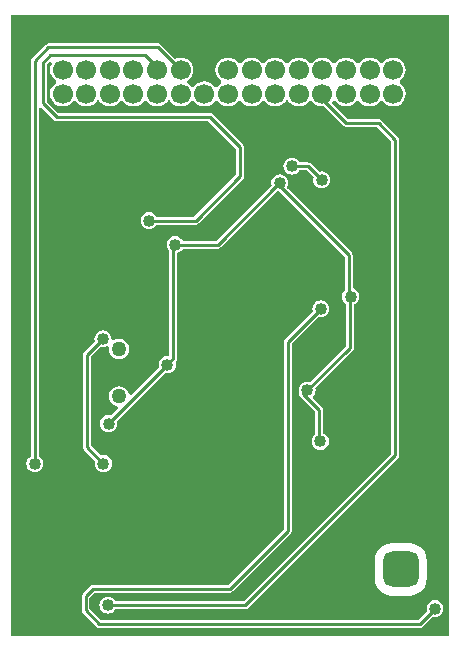
<source format=gbl>
G04*
G04 #@! TF.GenerationSoftware,Altium Limited,Altium Designer,19.0.5 (141)*
G04*
G04 Layer_Physical_Order=2*
G04 Layer_Color=16711680*
%FSLAX25Y25*%
%MOIN*%
G70*
G01*
G75*
%ADD45C,0.01000*%
G04:AMPARAMS|DCode=53|XSize=118.11mil|YSize=118.11mil|CornerRadius=29.53mil|HoleSize=0mil|Usage=FLASHONLY|Rotation=180.000|XOffset=0mil|YOffset=0mil|HoleType=Round|Shape=RoundedRectangle|*
%AMROUNDEDRECTD53*
21,1,0.11811,0.05906,0,0,180.0*
21,1,0.05906,0.11811,0,0,180.0*
1,1,0.05906,-0.02953,0.02953*
1,1,0.05906,0.02953,0.02953*
1,1,0.05906,0.02953,-0.02953*
1,1,0.05906,-0.02953,-0.02953*
%
%ADD53ROUNDEDRECTD53*%
%ADD54C,0.05000*%
%ADD55C,0.06693*%
%ADD56C,0.04000*%
G36*
X459054Y119268D02*
X313048D01*
X313048Y326298D01*
X459054D01*
X459054Y119268D01*
D02*
G37*
%LPC*%
G36*
X362105Y316926D02*
X325500D01*
X324993Y316825D01*
X324563Y316537D01*
X320063Y312037D01*
X319775Y311607D01*
X319674Y311100D01*
X319674Y179382D01*
X319588Y179346D01*
X319003Y178897D01*
X318554Y178312D01*
X318272Y177631D01*
X318176Y176900D01*
X318272Y176169D01*
X318554Y175488D01*
X319003Y174903D01*
X319588Y174454D01*
X320269Y174172D01*
X321000Y174076D01*
X321731Y174172D01*
X322412Y174454D01*
X322997Y174903D01*
X323446Y175488D01*
X323728Y176169D01*
X323824Y176900D01*
X323728Y177631D01*
X323446Y178312D01*
X322997Y178897D01*
X322412Y179346D01*
X322325Y179382D01*
X322325Y295387D01*
X323126Y295719D01*
X327381Y291463D01*
X327811Y291175D01*
X328319Y291074D01*
X378851D01*
X388193Y281732D01*
Y273268D01*
X374151Y259226D01*
X361582D01*
X361546Y259312D01*
X361097Y259897D01*
X360512Y260346D01*
X359831Y260628D01*
X359100Y260724D01*
X358369Y260628D01*
X357688Y260346D01*
X357103Y259897D01*
X356654Y259312D01*
X356372Y258631D01*
X356276Y257900D01*
X356372Y257169D01*
X356654Y256488D01*
X357103Y255903D01*
X357688Y255454D01*
X358369Y255172D01*
X359100Y255076D01*
X359831Y255172D01*
X360512Y255454D01*
X361097Y255903D01*
X361546Y256488D01*
X361582Y256575D01*
X374700D01*
X375207Y256675D01*
X375637Y256963D01*
X390456Y271782D01*
X390743Y272212D01*
X390844Y272719D01*
Y282281D01*
X390743Y282788D01*
X390456Y283218D01*
X380337Y293337D01*
X379907Y293625D01*
X379400Y293725D01*
X328868D01*
X325026Y297568D01*
Y309951D01*
X326265Y311191D01*
X326402Y311156D01*
X326716Y310251D01*
X326645Y310159D01*
X326227Y309150D01*
X326085Y308068D01*
X326227Y306985D01*
X326645Y305977D01*
X327310Y305111D01*
X327976Y304599D01*
X328045Y304328D01*
Y303934D01*
X327976Y303663D01*
X327310Y303151D01*
X326645Y302285D01*
X326227Y301276D01*
X326085Y300194D01*
X326227Y299112D01*
X326645Y298103D01*
X327310Y297237D01*
X328176Y296572D01*
X329185Y296154D01*
X330267Y296012D01*
X331349Y296154D01*
X332358Y296572D01*
X333224Y297237D01*
X333736Y297903D01*
X334007Y297972D01*
X334401D01*
X334672Y297903D01*
X335184Y297237D01*
X336050Y296572D01*
X337058Y296154D01*
X338141Y296012D01*
X339223Y296154D01*
X340232Y296572D01*
X341098Y297237D01*
X341610Y297903D01*
X341881Y297972D01*
X342275D01*
X342546Y297903D01*
X343058Y297237D01*
X343924Y296572D01*
X344933Y296154D01*
X346015Y296012D01*
X347097Y296154D01*
X348106Y296572D01*
X348972Y297237D01*
X349484Y297903D01*
X349755Y297972D01*
X350149D01*
X350420Y297903D01*
X350932Y297237D01*
X351798Y296572D01*
X352806Y296154D01*
X353889Y296012D01*
X354971Y296154D01*
X355980Y296572D01*
X356846Y297237D01*
X357358Y297903D01*
X357629Y297972D01*
X358023D01*
X358294Y297903D01*
X358806Y297237D01*
X359672Y296572D01*
X360681Y296154D01*
X361763Y296012D01*
X362845Y296154D01*
X363854Y296572D01*
X364720Y297237D01*
X365232Y297903D01*
X365503Y297972D01*
X365897D01*
X366168Y297903D01*
X366680Y297237D01*
X367546Y296572D01*
X368555Y296154D01*
X369637Y296012D01*
X370719Y296154D01*
X371728Y296572D01*
X372594Y297237D01*
X373106Y297903D01*
X373377Y297972D01*
X373771D01*
X374042Y297903D01*
X374554Y297237D01*
X375420Y296572D01*
X376429Y296154D01*
X377511Y296012D01*
X378593Y296154D01*
X379602Y296572D01*
X380468Y297237D01*
X380980Y297903D01*
X381251Y297972D01*
X381645D01*
X381916Y297903D01*
X382428Y297237D01*
X383294Y296572D01*
X384303Y296154D01*
X385385Y296012D01*
X386468Y296154D01*
X387476Y296572D01*
X388342Y297237D01*
X388854Y297903D01*
X389125Y297972D01*
X389519D01*
X389790Y297903D01*
X390302Y297237D01*
X391168Y296572D01*
X392177Y296154D01*
X393259Y296012D01*
X394341Y296154D01*
X395350Y296572D01*
X396216Y297237D01*
X396728Y297903D01*
X396999Y297972D01*
X397393D01*
X397664Y297903D01*
X398176Y297237D01*
X399042Y296572D01*
X400051Y296154D01*
X401133Y296012D01*
X402215Y296154D01*
X403224Y296572D01*
X404090Y297237D01*
X404602Y297903D01*
X404873Y297972D01*
X405267D01*
X405538Y297903D01*
X406050Y297237D01*
X406916Y296572D01*
X407925Y296154D01*
X409007Y296012D01*
X410089Y296154D01*
X411098Y296572D01*
X411964Y297237D01*
X412476Y297903D01*
X412747Y297972D01*
X413141D01*
X413412Y297903D01*
X413924Y297237D01*
X414790Y296572D01*
X415799Y296154D01*
X416881Y296012D01*
X417264Y296062D01*
X423763Y289563D01*
X424193Y289275D01*
X424700Y289175D01*
X435051D01*
X439875Y284351D01*
Y180249D01*
X390651Y131026D01*
X347782D01*
X347746Y131112D01*
X347297Y131697D01*
X346712Y132146D01*
X346031Y132428D01*
X345300Y132524D01*
X344569Y132428D01*
X343888Y132146D01*
X343303Y131697D01*
X342854Y131112D01*
X342572Y130431D01*
X342476Y129700D01*
X342572Y128969D01*
X342854Y128288D01*
X343303Y127703D01*
X343888Y127254D01*
X344569Y126972D01*
X345300Y126876D01*
X346031Y126972D01*
X346712Y127254D01*
X347297Y127703D01*
X347746Y128288D01*
X347782Y128375D01*
X391200D01*
X391707Y128475D01*
X392137Y128763D01*
X442137Y178763D01*
X442425Y179193D01*
X442525Y179700D01*
Y284900D01*
X442425Y285407D01*
X442137Y285837D01*
X436537Y291437D01*
X436107Y291725D01*
X435600Y291826D01*
X425249D01*
X419838Y297236D01*
X419838Y297237D01*
X420350Y297903D01*
X420621Y297972D01*
X421015D01*
X421286Y297903D01*
X421798Y297237D01*
X422664Y296572D01*
X423673Y296154D01*
X424755Y296012D01*
X425838Y296154D01*
X426846Y296572D01*
X427712Y297237D01*
X428224Y297903D01*
X428495Y297972D01*
X428889D01*
X429160Y297903D01*
X429672Y297237D01*
X430538Y296572D01*
X431547Y296154D01*
X432629Y296012D01*
X433711Y296154D01*
X434720Y296572D01*
X435586Y297237D01*
X436098Y297903D01*
X436369Y297972D01*
X436763D01*
X437034Y297903D01*
X437546Y297237D01*
X438412Y296572D01*
X439421Y296154D01*
X440503Y296012D01*
X441586Y296154D01*
X442594Y296572D01*
X443460Y297237D01*
X444125Y298103D01*
X444543Y299112D01*
X444685Y300194D01*
X444543Y301276D01*
X444125Y302285D01*
X443460Y303151D01*
X442794Y303663D01*
X442725Y303934D01*
Y304328D01*
X442794Y304599D01*
X443460Y305111D01*
X444125Y305977D01*
X444543Y306985D01*
X444685Y308068D01*
X444543Y309150D01*
X444125Y310159D01*
X443460Y311025D01*
X442594Y311690D01*
X441586Y312108D01*
X440503Y312250D01*
X439421Y312108D01*
X438412Y311690D01*
X437546Y311025D01*
X437034Y310359D01*
X436763Y310289D01*
X436369D01*
X436098Y310359D01*
X435586Y311025D01*
X434720Y311690D01*
X433711Y312108D01*
X432629Y312250D01*
X431547Y312108D01*
X430538Y311690D01*
X429672Y311025D01*
X429160Y310359D01*
X428889Y310289D01*
X428495D01*
X428224Y310359D01*
X427712Y311025D01*
X426846Y311690D01*
X425838Y312108D01*
X424755Y312250D01*
X423673Y312108D01*
X422664Y311690D01*
X421798Y311025D01*
X421286Y310359D01*
X421015Y310289D01*
X420621D01*
X420350Y310359D01*
X419838Y311025D01*
X418972Y311690D01*
X417964Y312108D01*
X416881Y312250D01*
X415799Y312108D01*
X414790Y311690D01*
X413924Y311025D01*
X413412Y310359D01*
X413141Y310289D01*
X412747D01*
X412476Y310359D01*
X411964Y311025D01*
X411098Y311690D01*
X410089Y312108D01*
X409007Y312250D01*
X407925Y312108D01*
X406916Y311690D01*
X406050Y311025D01*
X405538Y310359D01*
X405267Y310289D01*
X404873D01*
X404602Y310359D01*
X404090Y311025D01*
X403224Y311690D01*
X402215Y312108D01*
X401133Y312250D01*
X400051Y312108D01*
X399042Y311690D01*
X398176Y311025D01*
X397664Y310359D01*
X397393Y310289D01*
X396999D01*
X396728Y310359D01*
X396216Y311025D01*
X395350Y311690D01*
X394341Y312108D01*
X393259Y312250D01*
X392177Y312108D01*
X391168Y311690D01*
X390302Y311025D01*
X389790Y310359D01*
X389519Y310289D01*
X389125D01*
X388854Y310359D01*
X388342Y311025D01*
X387476Y311690D01*
X386468Y312108D01*
X385385Y312250D01*
X384303Y312108D01*
X383294Y311690D01*
X382428Y311025D01*
X381763Y310159D01*
X381345Y309150D01*
X381203Y308068D01*
X381345Y306985D01*
X381763Y305977D01*
X382428Y305111D01*
X383094Y304599D01*
X383163Y304328D01*
Y303934D01*
X383094Y303663D01*
X382428Y303151D01*
X381916Y302484D01*
X381645Y302415D01*
X381251D01*
X380980Y302484D01*
X380468Y303151D01*
X379602Y303816D01*
X378593Y304234D01*
X377511Y304376D01*
X376429Y304234D01*
X375420Y303816D01*
X374554Y303151D01*
X374042Y302484D01*
X373771Y302415D01*
X373377D01*
X373106Y302484D01*
X372594Y303151D01*
X371928Y303663D01*
X371859Y303934D01*
Y304328D01*
X371928Y304599D01*
X372594Y305111D01*
X373259Y305977D01*
X373677Y306985D01*
X373819Y308068D01*
X373677Y309150D01*
X373259Y310159D01*
X372594Y311025D01*
X371728Y311690D01*
X370719Y312108D01*
X369637Y312250D01*
X368555Y312108D01*
X367789Y311790D01*
X363042Y316537D01*
X362612Y316825D01*
X362105Y316926D01*
D02*
G37*
G36*
X406700Y278824D02*
X405969Y278728D01*
X405288Y278446D01*
X404703Y277997D01*
X404254Y277412D01*
X403972Y276731D01*
X403876Y276000D01*
X403972Y275269D01*
X404254Y274588D01*
X404703Y274003D01*
X405288Y273554D01*
X405969Y273272D01*
X406700Y273176D01*
X407431Y273272D01*
X408112Y273554D01*
X408697Y274003D01*
X409146Y274588D01*
X409182Y274675D01*
X411501D01*
X413908Y272268D01*
X413872Y272181D01*
X413776Y271450D01*
X413872Y270719D01*
X414154Y270038D01*
X414603Y269453D01*
X415188Y269004D01*
X415869Y268722D01*
X416600Y268626D01*
X417331Y268722D01*
X418012Y269004D01*
X418597Y269453D01*
X419046Y270038D01*
X419328Y270719D01*
X419424Y271450D01*
X419328Y272181D01*
X419046Y272862D01*
X418597Y273447D01*
X418012Y273896D01*
X417331Y274178D01*
X416600Y274274D01*
X415869Y274178D01*
X415782Y274142D01*
X412987Y276937D01*
X412557Y277225D01*
X412050Y277326D01*
X409182D01*
X409146Y277412D01*
X408697Y277997D01*
X408112Y278446D01*
X407431Y278728D01*
X406700Y278824D01*
D02*
G37*
G36*
X416300Y231324D02*
X415569Y231228D01*
X414888Y230946D01*
X414303Y230497D01*
X413854Y229912D01*
X413572Y229231D01*
X413476Y228500D01*
X413572Y227769D01*
X413608Y227682D01*
X404400Y218475D01*
X404113Y218045D01*
X404012Y217537D01*
Y155086D01*
X385451Y136525D01*
X340454D01*
X339947Y136425D01*
X339517Y136137D01*
X336963Y133583D01*
X336675Y133153D01*
X336575Y132646D01*
Y128000D01*
X336675Y127493D01*
X336963Y127063D01*
X341563Y122463D01*
X341993Y122175D01*
X342500Y122074D01*
X449232D01*
X449739Y122175D01*
X450169Y122463D01*
X453582Y125876D01*
X453669Y125840D01*
X454400Y125744D01*
X455131Y125840D01*
X455812Y126122D01*
X456397Y126571D01*
X456846Y127156D01*
X457128Y127837D01*
X457224Y128568D01*
X457128Y129299D01*
X456846Y129980D01*
X456397Y130565D01*
X455812Y131014D01*
X455131Y131296D01*
X454400Y131392D01*
X453669Y131296D01*
X452988Y131014D01*
X452403Y130565D01*
X451954Y129980D01*
X451672Y129299D01*
X451576Y128568D01*
X451672Y127837D01*
X451708Y127750D01*
X448683Y124725D01*
X343049D01*
X339226Y128549D01*
Y132097D01*
X341003Y133874D01*
X386000D01*
X386507Y133975D01*
X386937Y134263D01*
X406275Y153600D01*
X406562Y154030D01*
X406663Y154537D01*
Y216988D01*
X415482Y225808D01*
X415569Y225772D01*
X416300Y225676D01*
X417031Y225772D01*
X417712Y226054D01*
X418297Y226503D01*
X418746Y227088D01*
X419028Y227769D01*
X419124Y228500D01*
X419028Y229231D01*
X418746Y229912D01*
X418297Y230497D01*
X417712Y230946D01*
X417031Y231228D01*
X416300Y231324D01*
D02*
G37*
G36*
X343700Y221324D02*
X342969Y221228D01*
X342288Y220946D01*
X341703Y220497D01*
X341254Y219912D01*
X340972Y219231D01*
X340876Y218500D01*
X340972Y217769D01*
X341008Y217682D01*
X337363Y214037D01*
X337075Y213607D01*
X336975Y213100D01*
Y182473D01*
X337075Y181965D01*
X337363Y181535D01*
X341180Y177718D01*
X341145Y177631D01*
X341048Y176900D01*
X341145Y176169D01*
X341427Y175488D01*
X341876Y174903D01*
X342460Y174454D01*
X343142Y174172D01*
X343872Y174076D01*
X344603Y174172D01*
X345285Y174454D01*
X345869Y174903D01*
X346318Y175488D01*
X346600Y176169D01*
X346697Y176900D01*
X346600Y177631D01*
X346318Y178312D01*
X345869Y178897D01*
X345285Y179346D01*
X344603Y179628D01*
X343872Y179724D01*
X343142Y179628D01*
X343055Y179592D01*
X339626Y183021D01*
Y212551D01*
X342882Y215808D01*
X342969Y215772D01*
X343700Y215676D01*
X344431Y215772D01*
X345062Y216034D01*
X345259Y215954D01*
X345810Y215581D01*
X345748Y215112D01*
X345861Y214251D01*
X346194Y213448D01*
X346723Y212758D01*
X347412Y212229D01*
X348215Y211897D01*
X349076Y211784D01*
X349938Y211897D01*
X350741Y212229D01*
X351430Y212758D01*
X351959Y213448D01*
X352291Y214251D01*
X352405Y215112D01*
X352291Y215973D01*
X351959Y216776D01*
X351430Y217466D01*
X350741Y217995D01*
X349938Y218327D01*
X349076Y218441D01*
X348215Y218327D01*
X347412Y217995D01*
X347248Y217869D01*
X346498Y218302D01*
X346524Y218500D01*
X346428Y219231D01*
X346146Y219912D01*
X345697Y220497D01*
X345112Y220946D01*
X344431Y221228D01*
X343700Y221324D01*
D02*
G37*
G36*
X402609Y273292D02*
X401878Y273196D01*
X401197Y272914D01*
X400612Y272465D01*
X400164Y271880D01*
X399882Y271199D01*
X399785Y270468D01*
X399882Y269737D01*
X399917Y269650D01*
X381460Y251193D01*
X370291D01*
X370255Y251280D01*
X369806Y251865D01*
X369221Y252314D01*
X368540Y252596D01*
X367809Y252692D01*
X367078Y252596D01*
X366397Y252314D01*
X365812Y251865D01*
X365364Y251280D01*
X365082Y250599D01*
X364985Y249868D01*
X365082Y249137D01*
X365364Y248456D01*
X365812Y247871D01*
X365875Y247823D01*
Y213211D01*
X365273Y212684D01*
X365209Y212692D01*
X364478Y212596D01*
X363797Y212314D01*
X363212Y211865D01*
X362764Y211280D01*
X362481Y210599D01*
X362385Y209868D01*
X362481Y209137D01*
X362517Y209050D01*
X353167Y199700D01*
X352323Y199987D01*
X352291Y200225D01*
X351959Y201028D01*
X351430Y201718D01*
X350741Y202246D01*
X349938Y202579D01*
X349076Y202693D01*
X348215Y202579D01*
X347412Y202246D01*
X346723Y201718D01*
X346194Y201028D01*
X345861Y200225D01*
X345748Y199364D01*
X345861Y198503D01*
X346194Y197700D01*
X346723Y197010D01*
X347412Y196481D01*
X348215Y196149D01*
X348453Y196118D01*
X348740Y195273D01*
X346376Y192909D01*
X346331Y192928D01*
X345600Y193024D01*
X344869Y192928D01*
X344188Y192646D01*
X343603Y192197D01*
X343154Y191612D01*
X342872Y190931D01*
X342776Y190200D01*
X342872Y189469D01*
X343154Y188788D01*
X343603Y188203D01*
X344188Y187754D01*
X344869Y187472D01*
X345600Y187376D01*
X346331Y187472D01*
X347012Y187754D01*
X347597Y188203D01*
X348046Y188788D01*
X348328Y189469D01*
X348424Y190200D01*
X348328Y190931D01*
X348275Y191059D01*
X364392Y207176D01*
X364478Y207140D01*
X365209Y207044D01*
X365940Y207140D01*
X366621Y207422D01*
X367206Y207871D01*
X367655Y208456D01*
X367937Y209137D01*
X368034Y209868D01*
X367937Y210599D01*
X367860Y210786D01*
X368137Y211063D01*
X368425Y211493D01*
X368526Y212000D01*
X368526Y212000D01*
Y247138D01*
X368540Y247140D01*
X369221Y247422D01*
X369806Y247871D01*
X370255Y248456D01*
X370291Y248542D01*
X382009D01*
X382517Y248643D01*
X382947Y248931D01*
X401667Y267651D01*
X402521Y267605D01*
X424325Y245801D01*
Y234602D01*
X424262Y234555D01*
X423814Y233970D01*
X423531Y233289D01*
X423435Y232558D01*
X423531Y231827D01*
X423814Y231146D01*
X424262Y230561D01*
X424824Y230129D01*
Y216099D01*
X412668Y203943D01*
X412540Y203996D01*
X411809Y204092D01*
X411079Y203996D01*
X410397Y203714D01*
X409812Y203265D01*
X409364Y202680D01*
X409082Y201999D01*
X408985Y201268D01*
X409082Y200537D01*
X409122Y200439D01*
X409074Y200200D01*
X409175Y199693D01*
X409463Y199263D01*
X414523Y194203D01*
Y186503D01*
X414212Y186265D01*
X413764Y185680D01*
X413482Y184999D01*
X413385Y184268D01*
X413482Y183537D01*
X413764Y182856D01*
X414212Y182271D01*
X414797Y181822D01*
X415479Y181540D01*
X416209Y181444D01*
X416940Y181540D01*
X417622Y181822D01*
X418206Y182271D01*
X418655Y182856D01*
X418937Y183537D01*
X419034Y184268D01*
X418937Y184999D01*
X418655Y185680D01*
X418206Y186265D01*
X417622Y186714D01*
X417173Y186899D01*
Y194752D01*
X417073Y195259D01*
X416785Y195689D01*
X413769Y198705D01*
X413806Y199271D01*
X414255Y199856D01*
X414537Y200537D01*
X414634Y201268D01*
X414537Y201999D01*
X414519Y202044D01*
X427087Y214613D01*
X427375Y215043D01*
X427476Y215550D01*
Y230031D01*
X427671Y230112D01*
X428256Y230561D01*
X428705Y231146D01*
X428987Y231827D01*
X429084Y232558D01*
X428987Y233289D01*
X428705Y233970D01*
X428256Y234555D01*
X427671Y235003D01*
X426990Y235286D01*
X426975Y235288D01*
Y246350D01*
X426875Y246857D01*
X426587Y247287D01*
X404952Y268922D01*
X405055Y269056D01*
X405337Y269737D01*
X405434Y270468D01*
X405337Y271199D01*
X405055Y271880D01*
X404606Y272465D01*
X404022Y272914D01*
X403340Y273196D01*
X402609Y273292D01*
D02*
G37*
G36*
X445953Y150311D02*
X440047D01*
X438557Y150115D01*
X437168Y149539D01*
X435976Y148624D01*
X435061Y147432D01*
X434485Y146043D01*
X434289Y144553D01*
Y138647D01*
X434485Y137157D01*
X435061Y135768D01*
X435976Y134576D01*
X437168Y133661D01*
X438557Y133086D01*
X440047Y132889D01*
X445953D01*
X447443Y133086D01*
X448832Y133661D01*
X450024Y134576D01*
X450939Y135768D01*
X451514Y137157D01*
X451711Y138647D01*
Y144553D01*
X451514Y146043D01*
X450939Y147432D01*
X450024Y148624D01*
X448832Y149539D01*
X447443Y150115D01*
X445953Y150311D01*
D02*
G37*
%LPD*%
D45*
X405337Y217537D02*
X416300Y228500D01*
X405337Y154537D02*
Y217537D01*
X386000Y135200D02*
X405337Y154537D01*
X340454Y135200D02*
X386000D01*
X337900Y132646D02*
X340454Y135200D01*
X337900Y128000D02*
Y132646D01*
Y128000D02*
X342500Y123400D01*
X449232D01*
X454400Y128568D01*
X382009Y249868D02*
X402071Y269929D01*
X367809Y249868D02*
X382009D01*
X338300Y182473D02*
X343872Y176900D01*
X338300Y182473D02*
Y213100D01*
X343700Y218500D01*
X402071Y269929D02*
X425650Y246350D01*
X401532Y270468D02*
X402071Y269929D01*
X425650Y232090D02*
Y246350D01*
X411200Y200600D02*
X426150Y215550D01*
X410400Y200200D02*
X415848Y194752D01*
X367200Y212000D02*
Y249868D01*
X364600Y209400D02*
X367200Y212000D01*
X345542Y190200D02*
X365209Y209868D01*
X345542Y190200D02*
X345600D01*
X321000Y177800D02*
X321000Y311100D01*
X325500Y315600D01*
X362105D01*
X369637Y308068D01*
X402071Y269929D02*
X402609Y270468D01*
X345300Y129700D02*
X391200D01*
X441200Y179700D01*
Y284900D01*
X435600Y290500D02*
X441200Y284900D01*
X424700Y290500D02*
X435600D01*
X416881Y298319D02*
X424700Y290500D01*
X416881Y298319D02*
Y300194D01*
X323700Y297019D02*
Y310500D01*
Y297019D02*
X328319Y292400D01*
X379400D01*
X389519Y282281D01*
Y272719D02*
Y282281D01*
X374700Y257900D02*
X389519Y272719D01*
X359100Y257900D02*
X374700D01*
X402071Y269929D02*
X402071D01*
X323700Y310500D02*
X326200Y313000D01*
X357729D01*
X361763Y308966D01*
Y308068D02*
Y308966D01*
X412050Y276000D02*
X416600Y271450D01*
X406700Y276000D02*
X412050D01*
X426150Y215550D02*
Y232090D01*
X415848Y185924D02*
Y194752D01*
D53*
X443000Y141600D02*
D03*
D54*
X349076Y215112D02*
D03*
Y207238D02*
D03*
Y199364D02*
D03*
D55*
X330267Y300194D02*
D03*
Y308068D02*
D03*
X338141Y300194D02*
D03*
Y308068D02*
D03*
X346015Y300194D02*
D03*
Y308068D02*
D03*
X353889Y300194D02*
D03*
Y308068D02*
D03*
X361763Y300194D02*
D03*
Y308068D02*
D03*
X369637Y300194D02*
D03*
Y308068D02*
D03*
X377511Y300194D02*
D03*
Y308068D02*
D03*
X385385Y300194D02*
D03*
Y308068D02*
D03*
X393259Y300194D02*
D03*
Y308068D02*
D03*
X401133Y300194D02*
D03*
Y308068D02*
D03*
X409007Y300194D02*
D03*
Y308068D02*
D03*
X416881Y300194D02*
D03*
Y308068D02*
D03*
X424755Y300194D02*
D03*
Y308068D02*
D03*
X432629Y300194D02*
D03*
Y308068D02*
D03*
X440503Y300194D02*
D03*
Y308068D02*
D03*
D56*
X420800Y148200D02*
D03*
X397700Y176500D02*
D03*
X414000D02*
D03*
X454400Y128568D02*
D03*
X416300Y228500D02*
D03*
X413000Y249868D02*
D03*
X440503Y291600D02*
D03*
X316200Y176900D02*
D03*
X354200D02*
D03*
X328400Y196300D02*
D03*
X360900Y148200D02*
D03*
X372300D02*
D03*
X447000Y184268D02*
D03*
X436100D02*
D03*
X343872Y176900D02*
D03*
X345600Y190200D02*
D03*
X343700Y218500D02*
D03*
X321000Y176900D02*
D03*
X345300Y129700D02*
D03*
X359100Y257900D02*
D03*
X416600Y271450D02*
D03*
X406700Y276000D02*
D03*
X434700Y284300D02*
D03*
X425800Y256200D02*
D03*
X426100Y207000D02*
D03*
X343200Y205200D02*
D03*
X328400D02*
D03*
X355400Y321300D02*
D03*
X366900D02*
D03*
X379100D02*
D03*
X384058Y273300D02*
D03*
X371147D02*
D03*
X358237D02*
D03*
X345326D02*
D03*
X397909Y241500D02*
D03*
X373727D02*
D03*
Y214600D02*
D03*
X397909D02*
D03*
X365209Y209868D02*
D03*
X416209Y184268D02*
D03*
X367809Y249868D02*
D03*
X402609Y270468D02*
D03*
X426259Y232558D02*
D03*
X411809Y201268D02*
D03*
M02*

</source>
